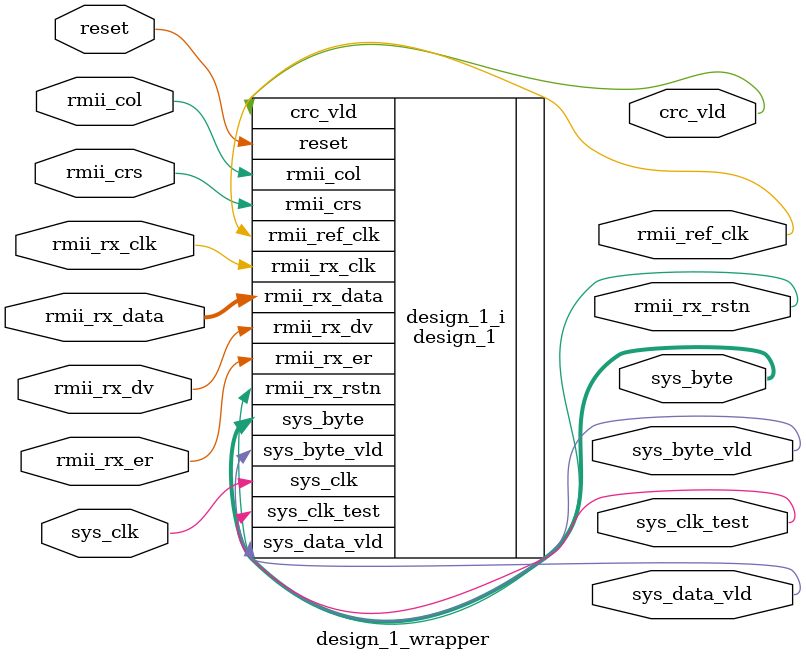
<source format=v>
`timescale 1 ps / 1 ps

module design_1_wrapper
   (crc_vld,
    reset,
    rmii_col,
    rmii_crs,
    rmii_ref_clk,
    rmii_rx_clk,
    rmii_rx_data,
    rmii_rx_dv,
    rmii_rx_er,
    rmii_rx_rstn,
    sys_byte,
    sys_byte_vld,
    sys_clk,
    sys_clk_test,
    sys_data_vld);
  output crc_vld;
  input reset;
  input rmii_col;
  input rmii_crs;
  output rmii_ref_clk;
  input rmii_rx_clk;
  input [3:0]rmii_rx_data;
  input rmii_rx_dv;
  input rmii_rx_er;
  output [0:0]rmii_rx_rstn;
  output [7:0]sys_byte;
  output sys_byte_vld;
  input sys_clk;
  output sys_clk_test;
  output sys_data_vld;

  wire crc_vld;
  wire reset;
  wire rmii_col;
  wire rmii_crs;
  wire rmii_ref_clk;
  wire rmii_rx_clk;
  wire [3:0]rmii_rx_data;
  wire rmii_rx_dv;
  wire rmii_rx_er;
  wire [0:0]rmii_rx_rstn;
  wire [7:0]sys_byte;
  wire sys_byte_vld;
  wire sys_clk;
  wire sys_clk_test;
  wire sys_data_vld;

  design_1 design_1_i
       (.crc_vld(crc_vld),
        .reset(reset),
        .rmii_col(rmii_col),
        .rmii_crs(rmii_crs),
        .rmii_ref_clk(rmii_ref_clk),
        .rmii_rx_clk(rmii_rx_clk),
        .rmii_rx_data(rmii_rx_data),
        .rmii_rx_dv(rmii_rx_dv),
        .rmii_rx_er(rmii_rx_er),
        .rmii_rx_rstn(rmii_rx_rstn),
        .sys_byte(sys_byte),
        .sys_byte_vld(sys_byte_vld),
        .sys_clk(sys_clk),
        .sys_clk_test(sys_clk_test),
        .sys_data_vld(sys_data_vld));
endmodule

</source>
